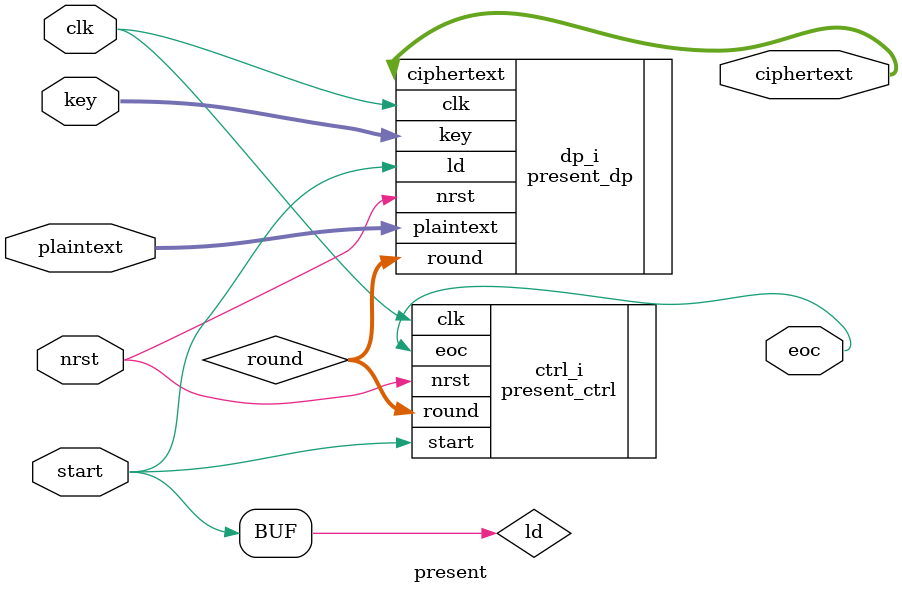
<source format=sv>
module present(
                 clk,
                 nrst,
                 start,
                 eoc,
                 plaintext,
                 key,
                 ciphertext
                );

input  clk;
input  nrst;
input  start;
output eoc;
input  [63:0] plaintext;
input  [127:0] key;
output [63:0] ciphertext;

wire   [4:0] round;

wire ld = start;

present_dp dp_i(
                    .clk(clk),
                    .nrst(nrst),
                    .ld(ld),
                    .plaintext(plaintext),
                    .key(key),
                    .round(round),
                    .ciphertext(ciphertext)
                  );

present_ctrl  ctrl_i (
                       .clk(clk),
                       .nrst(nrst),
                       .start(start),
                       .eoc(eoc),
                       .round(round ) 
                      );
endmodule

</source>
